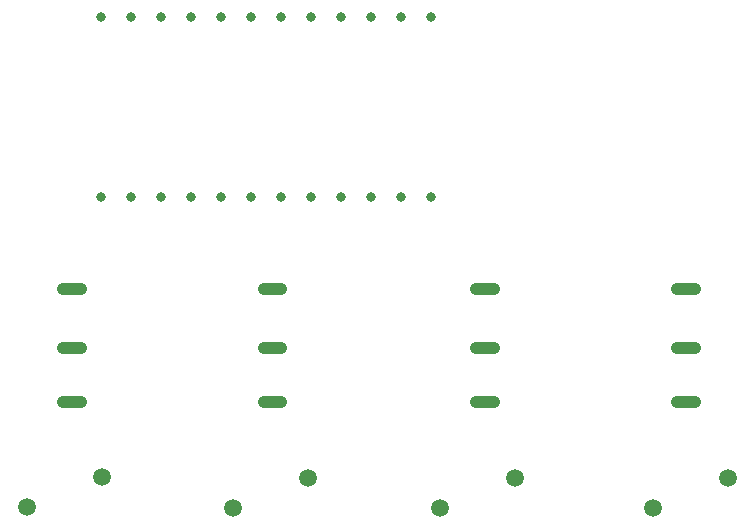
<source format=gbr>
%TF.GenerationSoftware,KiCad,Pcbnew,9.0.0*%
%TF.CreationDate,2025-03-03T22:53:20+00:00*%
%TF.ProjectId,controller,636f6e74-726f-46c6-9c65-722e6b696361,rev?*%
%TF.SameCoordinates,Original*%
%TF.FileFunction,Plated,1,4,PTH,Mixed*%
%TF.FilePolarity,Positive*%
%FSLAX46Y46*%
G04 Gerber Fmt 4.6, Leading zero omitted, Abs format (unit mm)*
G04 Created by KiCad (PCBNEW 9.0.0) date 2025-03-03 22:53:20*
%MOMM*%
%LPD*%
G01*
G04 APERTURE LIST*
%TA.AperFunction,ComponentDrill*%
%ADD10C,0.800000*%
%TD*%
G04 aperture for slot hole*
%TA.AperFunction,ComponentDrill*%
%ADD11C,1.000000*%
%TD*%
%TA.AperFunction,ComponentDrill*%
%ADD12C,1.500000*%
%TD*%
G04 APERTURE END LIST*
D10*
%TO.C,U1*%
X119460000Y-59000000D03*
X119460000Y-74240000D03*
X122000000Y-59000000D03*
X122000000Y-74240000D03*
X124540000Y-59000000D03*
X124540000Y-74240000D03*
X127080000Y-59000000D03*
X127080000Y-74240000D03*
X129620000Y-59000000D03*
X129620000Y-74240000D03*
X132160000Y-59000000D03*
X132160000Y-74240000D03*
X134700000Y-59000000D03*
X134700000Y-74240000D03*
X137240000Y-59000000D03*
X137240000Y-74240000D03*
X139780000Y-59000000D03*
X139780000Y-74240000D03*
X142320000Y-59000000D03*
X142320000Y-74240000D03*
X144860000Y-59000000D03*
X144860000Y-74240000D03*
X147400000Y-59000000D03*
X147400000Y-74240000D03*
D11*
%TO.C,SW4*%
X116250000Y-82000000D02*
X117750000Y-82000000D01*
X116250000Y-87000000D02*
X117750000Y-87000000D01*
X116250000Y-91572000D02*
X117750000Y-91572000D01*
%TO.C,SW3*%
X133250000Y-82000000D02*
X134750000Y-82000000D01*
X133250000Y-87000000D02*
X134750000Y-87000000D01*
X133250000Y-91572000D02*
X134750000Y-91572000D01*
%TO.C,SW2*%
X151250000Y-82000000D02*
X152750000Y-82000000D01*
X151250000Y-87000000D02*
X152750000Y-87000000D01*
X151250000Y-91572000D02*
X152750000Y-91572000D01*
%TO.C,SW5*%
X168250000Y-82000000D02*
X169750000Y-82000000D01*
X168250000Y-87000000D02*
X169750000Y-87000000D01*
X168250000Y-91572000D02*
X169750000Y-91572000D01*
D12*
%TO.C,SW11*%
X113190000Y-100460000D03*
X119540000Y-97920000D03*
%TO.C,SW10*%
X130650000Y-100540000D03*
X137000000Y-98000000D03*
%TO.C,SW8*%
X148190000Y-100540000D03*
X154540000Y-98000000D03*
%TO.C,SW9*%
X166190000Y-100540000D03*
X172540000Y-98000000D03*
M02*

</source>
